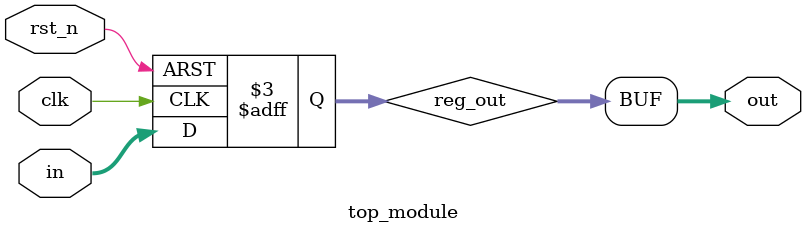
<source format=v>
module top_module(
    input wire clk,
    input wire rst_n,
    input wire [7:0] in,
    output wire [7:0] out
);

    reg [7:0] reg_out;

    always @(posedge clk or negedge rst_n) begin
        if (~rst_n) begin
            reg_out <= 8'b0;
        end else begin
            reg_out <= in;
        end
    end

    assign out = reg_out;

endmodule
</source>
